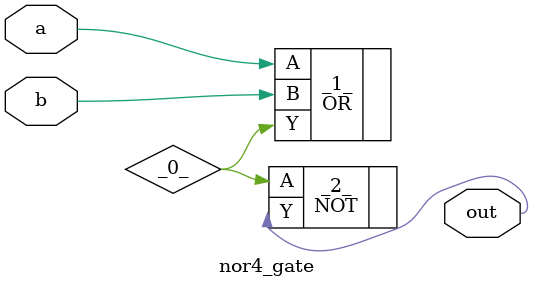
<source format=v>
/* Generated by Yosys 0.41+83 (git sha1 7045cf509, x86_64-w64-mingw32-g++ 13.2.1 -Os) */

/* cells_not_processed =  1  */
/* src = "nor4_gate.v:2.1-10.10" */
module nor4_gate(a, b, out);
  wire _0_;
  /* src = "nor4_gate.v:3.9-3.10" */
  input a;
  wire a;
  /* src = "nor4_gate.v:4.9-4.10" */
  input b;
  wire b;
  /* src = "nor4_gate.v:5.10-5.13" */
  output out;
  wire out;
  OR _1_ (
    .A(a),
    .B(b),
    .Y(_0_)
  );
  NOT _2_ (
    .A(_0_),
    .Y(out)
  );
endmodule

</source>
